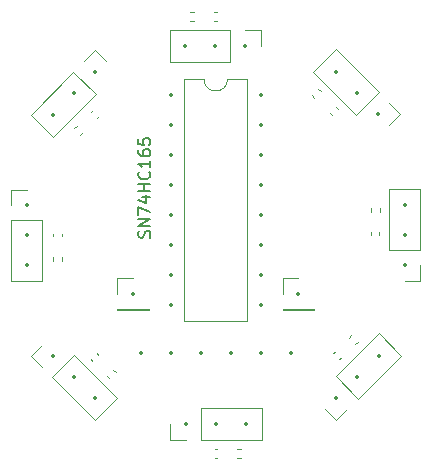
<source format=gbr>
%TF.GenerationSoftware,KiCad,Pcbnew,8.0.5*%
%TF.CreationDate,2024-12-11T17:00:49+10:00*%
%TF.ProjectId,windVane,77696e64-5661-46e6-952e-6b696361645f,rev?*%
%TF.SameCoordinates,Original*%
%TF.FileFunction,Legend,Top*%
%TF.FilePolarity,Positive*%
%FSLAX46Y46*%
G04 Gerber Fmt 4.6, Leading zero omitted, Abs format (unit mm)*
G04 Created by KiCad (PCBNEW 8.0.5) date 2024-12-11 17:00:49*
%MOMM*%
%LPD*%
G01*
G04 APERTURE LIST*
%ADD10C,0.150000*%
%ADD11C,0.120000*%
%ADD12C,0.350000*%
G04 APERTURE END LIST*
D10*
X144407200Y-101214285D02*
X144454819Y-101071428D01*
X144454819Y-101071428D02*
X144454819Y-100833333D01*
X144454819Y-100833333D02*
X144407200Y-100738095D01*
X144407200Y-100738095D02*
X144359580Y-100690476D01*
X144359580Y-100690476D02*
X144264342Y-100642857D01*
X144264342Y-100642857D02*
X144169104Y-100642857D01*
X144169104Y-100642857D02*
X144073866Y-100690476D01*
X144073866Y-100690476D02*
X144026247Y-100738095D01*
X144026247Y-100738095D02*
X143978628Y-100833333D01*
X143978628Y-100833333D02*
X143931009Y-101023809D01*
X143931009Y-101023809D02*
X143883390Y-101119047D01*
X143883390Y-101119047D02*
X143835771Y-101166666D01*
X143835771Y-101166666D02*
X143740533Y-101214285D01*
X143740533Y-101214285D02*
X143645295Y-101214285D01*
X143645295Y-101214285D02*
X143550057Y-101166666D01*
X143550057Y-101166666D02*
X143502438Y-101119047D01*
X143502438Y-101119047D02*
X143454819Y-101023809D01*
X143454819Y-101023809D02*
X143454819Y-100785714D01*
X143454819Y-100785714D02*
X143502438Y-100642857D01*
X144454819Y-100214285D02*
X143454819Y-100214285D01*
X143454819Y-100214285D02*
X144454819Y-99642857D01*
X144454819Y-99642857D02*
X143454819Y-99642857D01*
X143454819Y-99261904D02*
X143454819Y-98595238D01*
X143454819Y-98595238D02*
X144454819Y-99023809D01*
X143788152Y-97785714D02*
X144454819Y-97785714D01*
X143407200Y-98023809D02*
X144121485Y-98261904D01*
X144121485Y-98261904D02*
X144121485Y-97642857D01*
X144454819Y-97261904D02*
X143454819Y-97261904D01*
X143931009Y-97261904D02*
X143931009Y-96690476D01*
X144454819Y-96690476D02*
X143454819Y-96690476D01*
X144359580Y-95642857D02*
X144407200Y-95690476D01*
X144407200Y-95690476D02*
X144454819Y-95833333D01*
X144454819Y-95833333D02*
X144454819Y-95928571D01*
X144454819Y-95928571D02*
X144407200Y-96071428D01*
X144407200Y-96071428D02*
X144311961Y-96166666D01*
X144311961Y-96166666D02*
X144216723Y-96214285D01*
X144216723Y-96214285D02*
X144026247Y-96261904D01*
X144026247Y-96261904D02*
X143883390Y-96261904D01*
X143883390Y-96261904D02*
X143692914Y-96214285D01*
X143692914Y-96214285D02*
X143597676Y-96166666D01*
X143597676Y-96166666D02*
X143502438Y-96071428D01*
X143502438Y-96071428D02*
X143454819Y-95928571D01*
X143454819Y-95928571D02*
X143454819Y-95833333D01*
X143454819Y-95833333D02*
X143502438Y-95690476D01*
X143502438Y-95690476D02*
X143550057Y-95642857D01*
X144454819Y-94690476D02*
X144454819Y-95261904D01*
X144454819Y-94976190D02*
X143454819Y-94976190D01*
X143454819Y-94976190D02*
X143597676Y-95071428D01*
X143597676Y-95071428D02*
X143692914Y-95166666D01*
X143692914Y-95166666D02*
X143740533Y-95261904D01*
X143454819Y-93833333D02*
X143454819Y-94023809D01*
X143454819Y-94023809D02*
X143502438Y-94119047D01*
X143502438Y-94119047D02*
X143550057Y-94166666D01*
X143550057Y-94166666D02*
X143692914Y-94261904D01*
X143692914Y-94261904D02*
X143883390Y-94309523D01*
X143883390Y-94309523D02*
X144264342Y-94309523D01*
X144264342Y-94309523D02*
X144359580Y-94261904D01*
X144359580Y-94261904D02*
X144407200Y-94214285D01*
X144407200Y-94214285D02*
X144454819Y-94119047D01*
X144454819Y-94119047D02*
X144454819Y-93928571D01*
X144454819Y-93928571D02*
X144407200Y-93833333D01*
X144407200Y-93833333D02*
X144359580Y-93785714D01*
X144359580Y-93785714D02*
X144264342Y-93738095D01*
X144264342Y-93738095D02*
X144026247Y-93738095D01*
X144026247Y-93738095D02*
X143931009Y-93785714D01*
X143931009Y-93785714D02*
X143883390Y-93833333D01*
X143883390Y-93833333D02*
X143835771Y-93928571D01*
X143835771Y-93928571D02*
X143835771Y-94119047D01*
X143835771Y-94119047D02*
X143883390Y-94214285D01*
X143883390Y-94214285D02*
X143931009Y-94261904D01*
X143931009Y-94261904D02*
X144026247Y-94309523D01*
X143454819Y-92833333D02*
X143454819Y-93309523D01*
X143454819Y-93309523D02*
X143931009Y-93357142D01*
X143931009Y-93357142D02*
X143883390Y-93309523D01*
X143883390Y-93309523D02*
X143835771Y-93214285D01*
X143835771Y-93214285D02*
X143835771Y-92976190D01*
X143835771Y-92976190D02*
X143883390Y-92880952D01*
X143883390Y-92880952D02*
X143931009Y-92833333D01*
X143931009Y-92833333D02*
X144026247Y-92785714D01*
X144026247Y-92785714D02*
X144264342Y-92785714D01*
X144264342Y-92785714D02*
X144359580Y-92833333D01*
X144359580Y-92833333D02*
X144407200Y-92880952D01*
X144407200Y-92880952D02*
X144454819Y-92976190D01*
X144454819Y-92976190D02*
X144454819Y-93214285D01*
X144454819Y-93214285D02*
X144407200Y-93309523D01*
X144407200Y-93309523D02*
X144359580Y-93357142D01*
D11*
%TO.C,R7*%
X136220000Y-102846359D02*
X136220000Y-103153641D01*
X136980000Y-102846359D02*
X136980000Y-103153641D01*
%TO.C,South1*%
X146145000Y-118330000D02*
X146145000Y-117000000D01*
X147475000Y-118330000D02*
X146145000Y-118330000D01*
X148745000Y-115670000D02*
X153885000Y-115670000D01*
X148745000Y-118330000D02*
X148745000Y-115670000D01*
X148745000Y-118330000D02*
X153885000Y-118330000D01*
X153885000Y-118330000D02*
X153885000Y-115670000D01*
%TO.C,SouthEast1*%
X160161523Y-112957573D02*
X163796051Y-109323045D01*
X160203949Y-116676955D02*
X159263497Y-115736503D01*
X161144401Y-115736503D02*
X160203949Y-116676955D01*
X162042427Y-114838477D02*
X160161523Y-112957573D01*
X162042427Y-114838477D02*
X165676955Y-111203949D01*
X165676955Y-111203949D02*
X163796051Y-109323045D01*
%TO.C,R5*%
X151846359Y-119120000D02*
X152153641Y-119120000D01*
X151846359Y-119880000D02*
X152153641Y-119880000D01*
%TO.C,C8*%
X139571693Y-90419190D02*
X139419190Y-90571693D01*
X140080810Y-90928307D02*
X139928307Y-91080810D01*
%TO.C,NorthEast1*%
X160157898Y-85276994D02*
X158276994Y-87157898D01*
X161911522Y-90792426D02*
X158276994Y-87157898D01*
X163792426Y-88911522D02*
X160157898Y-85276994D01*
X163792426Y-88911522D02*
X161911522Y-90792426D01*
X164690452Y-89809548D02*
X165630904Y-90750000D01*
X165630904Y-90750000D02*
X164690452Y-91690452D01*
%TO.C,R6*%
X140783283Y-112920684D02*
X141000564Y-113137965D01*
X141320684Y-112383283D02*
X141537965Y-112600564D01*
%TO.C,West1*%
X132670000Y-97145000D02*
X134000000Y-97145000D01*
X132670000Y-98475000D02*
X132670000Y-97145000D01*
X132670000Y-99745000D02*
X132670000Y-104885000D01*
X132670000Y-99745000D02*
X135330000Y-99745000D01*
X132670000Y-104885000D02*
X135330000Y-104885000D01*
X135330000Y-99745000D02*
X135330000Y-104885000D01*
%TO.C,SN74HC165*%
X147360000Y-87795000D02*
X147360000Y-108235000D01*
X147360000Y-108235000D02*
X152660000Y-108235000D01*
X149010000Y-87795000D02*
X147360000Y-87795000D01*
X152660000Y-87795000D02*
X151010000Y-87795000D01*
X152660000Y-108235000D02*
X152660000Y-87795000D01*
X151010000Y-87795000D02*
G75*
G02*
X149010000Y-87795000I-1000000J0D01*
G01*
%TO.C,C3*%
X163140000Y-100987836D02*
X163140000Y-100772164D01*
X163860000Y-100987836D02*
X163860000Y-100772164D01*
%TO.C,J1*%
X141670000Y-104670000D02*
X143000000Y-104670000D01*
X141670000Y-106000000D02*
X141670000Y-104670000D01*
X141670000Y-107270000D02*
X141670000Y-107330000D01*
X141670000Y-107270000D02*
X144330000Y-107270000D01*
X141670000Y-107330000D02*
X144330000Y-107330000D01*
X144330000Y-107270000D02*
X144330000Y-107330000D01*
%TO.C,SouthWest1*%
X134323045Y-111203949D02*
X135263497Y-110263497D01*
X135263497Y-112144401D02*
X134323045Y-111203949D01*
X136161523Y-113042427D02*
X138042427Y-111161523D01*
X136161523Y-113042427D02*
X139796051Y-116676955D01*
X138042427Y-111161523D02*
X141676955Y-114796051D01*
X139796051Y-116676955D02*
X141676955Y-114796051D01*
%TO.C,R1*%
X148153641Y-82120000D02*
X147846359Y-82120000D01*
X148153641Y-82880000D02*
X147846359Y-82880000D01*
%TO.C,R8*%
X138229316Y-91733283D02*
X138012035Y-91950564D01*
X138766717Y-92270684D02*
X138549436Y-92487965D01*
%TO.C,R4*%
X161262035Y-109700564D02*
X161479316Y-109483283D01*
X161799436Y-110237965D02*
X162016717Y-110020684D01*
%TO.C,C5*%
X149912164Y-119140000D02*
X150127836Y-119140000D01*
X149912164Y-119860000D02*
X150127836Y-119860000D01*
%TO.C,North1*%
X146115000Y-83670000D02*
X146115000Y-86330000D01*
X151255000Y-83670000D02*
X146115000Y-83670000D01*
X151255000Y-83670000D02*
X151255000Y-86330000D01*
X151255000Y-86330000D02*
X146115000Y-86330000D01*
X152525000Y-83670000D02*
X153855000Y-83670000D01*
X153855000Y-83670000D02*
X153855000Y-85000000D01*
%TO.C,C7*%
X136240000Y-100872164D02*
X136240000Y-101087836D01*
X136960000Y-100872164D02*
X136960000Y-101087836D01*
%TO.C,C2*%
X159821693Y-90830810D02*
X159669190Y-90678307D01*
X160330810Y-90321693D02*
X160178307Y-90169190D01*
%TO.C,R3*%
X163120000Y-99043641D02*
X163120000Y-98736359D01*
X163880000Y-99043641D02*
X163880000Y-98736359D01*
%TO.C,R2*%
X158339940Y-89377341D02*
X158122659Y-89160060D01*
X158877341Y-88839940D02*
X158660060Y-88622659D01*
%TO.C,C6*%
X139408601Y-111517718D02*
X139561104Y-111670221D01*
X139917718Y-111008601D02*
X140070221Y-111161104D01*
%TO.C,C4*%
X159974736Y-111016147D02*
X160127239Y-110863644D01*
X160483853Y-111525264D02*
X160636356Y-111372761D01*
%TO.C,J2*%
X155670000Y-104670000D02*
X157000000Y-104670000D01*
X155670000Y-106000000D02*
X155670000Y-104670000D01*
X155670000Y-107270000D02*
X155670000Y-107330000D01*
X155670000Y-107270000D02*
X158330000Y-107270000D01*
X155670000Y-107330000D02*
X158330000Y-107330000D01*
X158330000Y-107270000D02*
X158330000Y-107330000D01*
%TO.C,East1*%
X164670000Y-102255000D02*
X164670000Y-97115000D01*
X167330000Y-97115000D02*
X164670000Y-97115000D01*
X167330000Y-102255000D02*
X164670000Y-102255000D01*
X167330000Y-102255000D02*
X167330000Y-97115000D01*
X167330000Y-103525000D02*
X167330000Y-104855000D01*
X167330000Y-104855000D02*
X166000000Y-104855000D01*
%TO.C,NorthWest1*%
X134323045Y-90796051D02*
X136203949Y-92676955D01*
X137957573Y-87161523D02*
X134323045Y-90796051D01*
X137957573Y-87161523D02*
X139838477Y-89042427D01*
X138855599Y-86263497D02*
X139796051Y-85323045D01*
X139796051Y-85323045D02*
X140736503Y-86263497D01*
X139838477Y-89042427D02*
X136203949Y-92676955D01*
%TO.C,C1*%
X150087836Y-82140000D02*
X149872164Y-82140000D01*
X150087836Y-82860000D02*
X149872164Y-82860000D01*
%TD*%
D12*
X147475000Y-117000000D03*
X150015000Y-117000000D03*
X152555000Y-117000000D03*
X160203949Y-114796051D03*
X162000000Y-113000000D03*
X163796051Y-111203949D03*
X163750000Y-90750000D03*
X161953949Y-88953949D03*
X160157898Y-87157898D03*
X134000000Y-98475000D03*
X134000000Y-101015000D03*
X134000000Y-103555000D03*
X146200000Y-89125000D03*
X146200000Y-91665000D03*
X146200000Y-94205000D03*
X146200000Y-96745000D03*
X146200000Y-99285000D03*
X146200000Y-101825000D03*
X146200000Y-104365000D03*
X146200000Y-106905000D03*
X153820000Y-106905000D03*
X153820000Y-104365000D03*
X153820000Y-101825000D03*
X153820000Y-99285000D03*
X153820000Y-96745000D03*
X153820000Y-94205000D03*
X153820000Y-91665000D03*
X153820000Y-89125000D03*
X143000000Y-106000000D03*
X136203949Y-111203949D03*
X138000000Y-113000000D03*
X139796051Y-114796051D03*
X152525000Y-85000000D03*
X149985000Y-85000000D03*
X147445000Y-85000000D03*
X157000000Y-106000000D03*
X166000000Y-103525000D03*
X166000000Y-100985000D03*
X166000000Y-98445000D03*
X139796051Y-87203949D03*
X138000000Y-89000000D03*
X136203949Y-90796051D03*
X143650000Y-111000000D03*
X146190000Y-111000000D03*
X148730000Y-111000000D03*
X151270000Y-111000000D03*
X153810000Y-111000000D03*
X156350000Y-111000000D03*
M02*

</source>
